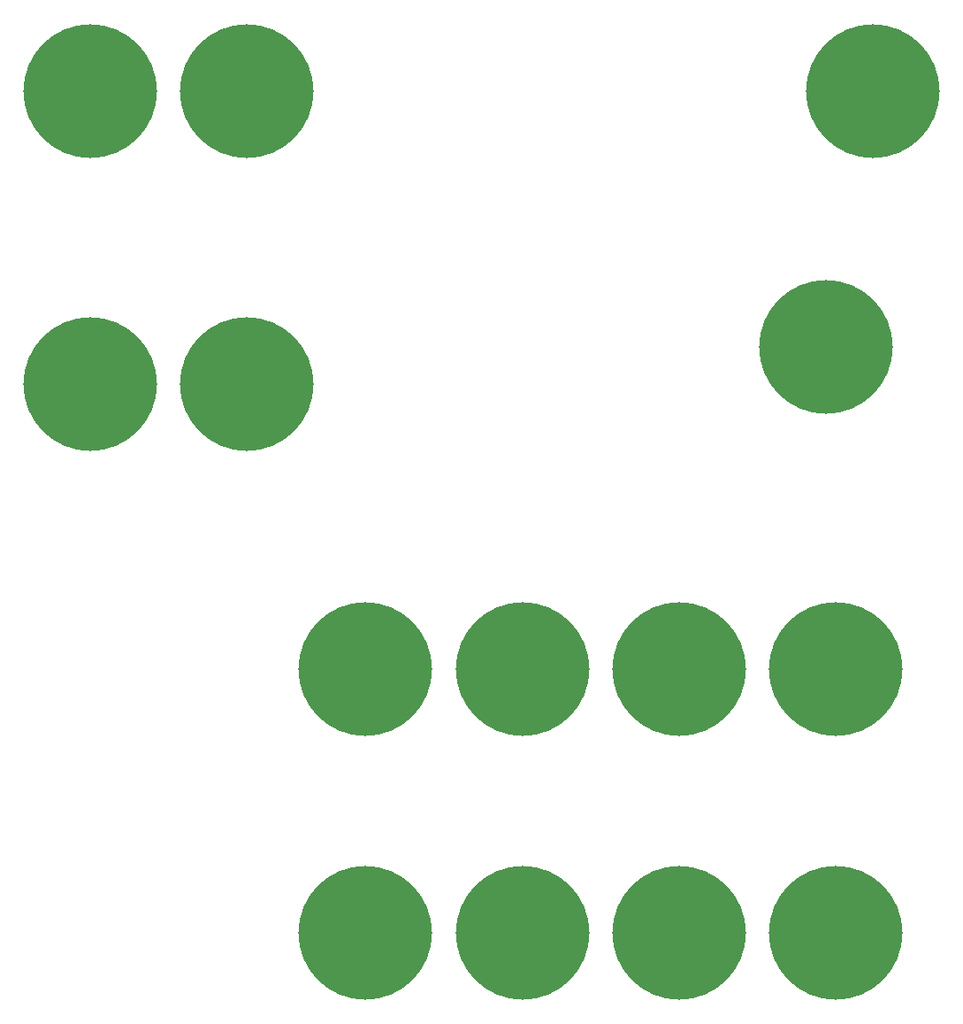
<source format=gbr>
%TF.GenerationSoftware,KiCad,Pcbnew,7.0.9*%
%TF.CreationDate,2024-04-28T21:16:15+01:00*%
%TF.ProjectId,Esp32EduModular-Panel,45737033-3245-4647-954d-6f64756c6172,rev?*%
%TF.SameCoordinates,Original*%
%TF.FileFunction,Copper,L1,Top*%
%TF.FilePolarity,Positive*%
%FSLAX46Y46*%
G04 Gerber Fmt 4.6, Leading zero omitted, Abs format (unit mm)*
G04 Created by KiCad (PCBNEW 7.0.9) date 2024-04-28 21:16:15*
%MOMM*%
%LPD*%
G01*
G04 APERTURE LIST*
%TA.AperFunction,ComponentPad*%
%ADD10C,12.800562*%
%TD*%
G04 APERTURE END LIST*
D10*
%TO.P,H5,1,1*%
%TO.N,GND*%
X103900000Y-111800000D03*
%TD*%
%TO.P,H8,1,1*%
%TO.N,GND*%
X62500000Y-84500000D03*
%TD*%
%TO.P,H14,1,1*%
%TO.N,GND*%
X133900000Y-137000000D03*
%TD*%
%TO.P,H4,1,1*%
%TO.N,GND*%
X77500000Y-56500000D03*
%TD*%
%TO.P,H1,1,1*%
%TO.N,GND*%
X133000000Y-81000000D03*
%TD*%
%TO.P,H9,1,1*%
%TO.N,GND*%
X77500000Y-84500000D03*
%TD*%
%TO.P,H3,1,1*%
%TO.N,GND*%
X88900000Y-111800000D03*
%TD*%
%TO.P,H12,1,1*%
%TO.N,GND*%
X103900000Y-137000000D03*
%TD*%
%TO.P,H10,1,1*%
%TO.N,GND*%
X133900000Y-111800000D03*
%TD*%
%TO.P,H6,1,1*%
%TO.N,GND*%
X137500000Y-56500000D03*
%TD*%
%TO.P,H13,1,1*%
%TO.N,GND*%
X118900000Y-137000000D03*
%TD*%
%TO.P,H7,1,1*%
%TO.N,GND*%
X118900000Y-111800000D03*
%TD*%
%TO.P,H11,1,1*%
%TO.N,GND*%
X88900000Y-137000000D03*
%TD*%
%TO.P,H2,1,1*%
%TO.N,GND*%
X62500000Y-56500000D03*
%TD*%
M02*

</source>
